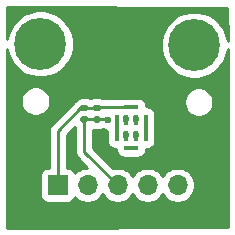
<source format=gbr>
%TF.GenerationSoftware,KiCad,Pcbnew,(5.1.10)-1*%
%TF.CreationDate,2021-11-07T18:39:57-08:00*%
%TF.ProjectId,mic_pcb,6d69635f-7063-4622-9e6b-696361645f70,rev?*%
%TF.SameCoordinates,Original*%
%TF.FileFunction,Copper,L1,Top*%
%TF.FilePolarity,Positive*%
%FSLAX46Y46*%
G04 Gerber Fmt 4.6, Leading zero omitted, Abs format (unit mm)*
G04 Created by KiCad (PCBNEW (5.1.10)-1) date 2021-11-07 18:39:57*
%MOMM*%
%LPD*%
G01*
G04 APERTURE LIST*
%TA.AperFunction,ComponentPad*%
%ADD10C,0.700000*%
%TD*%
%TA.AperFunction,ComponentPad*%
%ADD11C,4.400000*%
%TD*%
%TA.AperFunction,SMDPad,CuDef*%
%ADD12R,0.355600X2.311400*%
%TD*%
%TA.AperFunction,SMDPad,CuDef*%
%ADD13R,0.406400X0.939800*%
%TD*%
%TA.AperFunction,SMDPad,CuDef*%
%ADD14R,1.295400X0.355600*%
%TD*%
%TA.AperFunction,ComponentPad*%
%ADD15O,1.700000X1.700000*%
%TD*%
%TA.AperFunction,ComponentPad*%
%ADD16R,1.700000X1.700000*%
%TD*%
%TA.AperFunction,ViaPad*%
%ADD17C,0.600000*%
%TD*%
%TA.AperFunction,Conductor*%
%ADD18C,0.250000*%
%TD*%
%TA.AperFunction,NonConductor*%
%ADD19C,0.254000*%
%TD*%
%TA.AperFunction,NonConductor*%
%ADD20C,0.100000*%
%TD*%
G04 APERTURE END LIST*
D10*
%TO.P,H2,1*%
%TO.N,N/C*%
X141506726Y-91003274D03*
X140340000Y-90520000D03*
X139173274Y-91003274D03*
X138690000Y-92170000D03*
X139173274Y-93336726D03*
X140340000Y-93820000D03*
X141506726Y-93336726D03*
X141990000Y-92170000D03*
D11*
X140340000Y-92170000D03*
%TD*%
D10*
%TO.P,H1,1*%
%TO.N,N/C*%
X128476726Y-90913274D03*
X127310000Y-90430000D03*
X126143274Y-90913274D03*
X125660000Y-92080000D03*
X126143274Y-93246726D03*
X127310000Y-93730000D03*
X128476726Y-93246726D03*
X128960000Y-92080000D03*
D11*
X127310000Y-92080000D03*
%TD*%
D12*
%TO.P,U1,7*%
%TO.N,N/C*%
X133773401Y-99157466D03*
%TO.P,U1,8*%
X136223401Y-99157466D03*
D13*
%TO.P,U1,4*%
%TO.N,DOUT*%
X135448400Y-98482466D03*
D14*
%TO.P,U1,5*%
%TO.N,GND*%
X134998401Y-97432466D03*
%TO.P,U1,6*%
%TO.N,N/C*%
X134998401Y-100882466D03*
D13*
%TO.P,U1,3*%
%TO.N,CLK*%
X135448400Y-99832466D03*
%TO.P,U1,2*%
%TO.N,LR*%
X134548402Y-99832466D03*
%TO.P,U1,1*%
%TO.N,VCC*%
X134548402Y-98482466D03*
%TD*%
D15*
%TO.P,J1,5*%
%TO.N,DOUT*%
X138930000Y-104030000D03*
%TO.P,J1,4*%
%TO.N,CLK*%
X136390000Y-104030000D03*
%TO.P,J1,3*%
%TO.N,VCC*%
X133850000Y-104030000D03*
%TO.P,J1,2*%
%TO.N,LR*%
X131310000Y-104030000D03*
D16*
%TO.P,J1,1*%
%TO.N,GND*%
X128770000Y-104030000D03*
%TD*%
%TO.P,C2,2*%
%TO.N,VCC*%
%TA.AperFunction,SMDPad,CuDef*%
G36*
G01*
X131930000Y-98190000D02*
X132270000Y-98190000D01*
G75*
G02*
X132410000Y-98330000I0J-140000D01*
G01*
X132410000Y-98610000D01*
G75*
G02*
X132270000Y-98750000I-140000J0D01*
G01*
X131930000Y-98750000D01*
G75*
G02*
X131790000Y-98610000I0J140000D01*
G01*
X131790000Y-98330000D01*
G75*
G02*
X131930000Y-98190000I140000J0D01*
G01*
G37*
%TD.AperFunction*%
%TO.P,C2,1*%
%TO.N,GND*%
%TA.AperFunction,SMDPad,CuDef*%
G36*
G01*
X131930000Y-97230000D02*
X132270000Y-97230000D01*
G75*
G02*
X132410000Y-97370000I0J-140000D01*
G01*
X132410000Y-97650000D01*
G75*
G02*
X132270000Y-97790000I-140000J0D01*
G01*
X131930000Y-97790000D01*
G75*
G02*
X131790000Y-97650000I0J140000D01*
G01*
X131790000Y-97370000D01*
G75*
G02*
X131930000Y-97230000I140000J0D01*
G01*
G37*
%TD.AperFunction*%
%TD*%
%TO.P,C1,2*%
%TO.N,VCC*%
%TA.AperFunction,SMDPad,CuDef*%
G36*
G01*
X130850000Y-98190000D02*
X131190000Y-98190000D01*
G75*
G02*
X131330000Y-98330000I0J-140000D01*
G01*
X131330000Y-98610000D01*
G75*
G02*
X131190000Y-98750000I-140000J0D01*
G01*
X130850000Y-98750000D01*
G75*
G02*
X130710000Y-98610000I0J140000D01*
G01*
X130710000Y-98330000D01*
G75*
G02*
X130850000Y-98190000I140000J0D01*
G01*
G37*
%TD.AperFunction*%
%TO.P,C1,1*%
%TO.N,GND*%
%TA.AperFunction,SMDPad,CuDef*%
G36*
G01*
X130850000Y-97230000D02*
X131190000Y-97230000D01*
G75*
G02*
X131330000Y-97370000I0J-140000D01*
G01*
X131330000Y-97650000D01*
G75*
G02*
X131190000Y-97790000I-140000J0D01*
G01*
X130850000Y-97790000D01*
G75*
G02*
X130710000Y-97650000I0J140000D01*
G01*
X130710000Y-97370000D01*
G75*
G02*
X130850000Y-97230000I140000J0D01*
G01*
G37*
%TD.AperFunction*%
%TD*%
D17*
%TO.N,VCC*%
X133040000Y-98490000D03*
X134560000Y-98450000D03*
%TO.N,LR*%
X134550000Y-99780000D03*
%TO.N,CLK*%
X135450000Y-99790000D03*
%TO.N,DOUT*%
X135450000Y-98450000D03*
%TD*%
D18*
%TO.N,VCC*%
X132100000Y-98470000D02*
X131020000Y-98470000D01*
X133020000Y-98470000D02*
X133040000Y-98490000D01*
X132100000Y-98470000D02*
X133020000Y-98470000D01*
X131020000Y-101200000D02*
X133850000Y-104030000D01*
X131020000Y-98470000D02*
X131020000Y-101200000D01*
%TO.N,GND*%
X132100000Y-97510000D02*
X131020000Y-97510000D01*
X132177534Y-97432466D02*
X132100000Y-97510000D01*
X134998401Y-97432466D02*
X132177534Y-97432466D01*
X128770000Y-99450000D02*
X128770000Y-104030000D01*
X130710000Y-97510000D02*
X128770000Y-99450000D01*
X131020000Y-97510000D02*
X130710000Y-97510000D01*
%TD*%
D19*
X143156027Y-89013635D02*
X143160238Y-91816562D01*
X143066052Y-91343061D01*
X142852344Y-90827124D01*
X142542088Y-90362793D01*
X142147207Y-89967912D01*
X141682876Y-89657656D01*
X141166939Y-89443948D01*
X140619223Y-89335000D01*
X140060777Y-89335000D01*
X139513061Y-89443948D01*
X138997124Y-89657656D01*
X138532793Y-89967912D01*
X138137912Y-90362793D01*
X137827656Y-90827124D01*
X137613948Y-91343061D01*
X137505000Y-91890777D01*
X137505000Y-92449223D01*
X137613948Y-92996939D01*
X137827656Y-93512876D01*
X138137912Y-93977207D01*
X138532793Y-94372088D01*
X138997124Y-94682344D01*
X139513061Y-94896052D01*
X140060777Y-95005000D01*
X140619223Y-95005000D01*
X141166939Y-94896052D01*
X141682876Y-94682344D01*
X142147207Y-94372088D01*
X142542088Y-93977207D01*
X142852344Y-93512876D01*
X143066052Y-92996939D01*
X143161292Y-92518139D01*
X143183973Y-107616369D01*
X124523973Y-107653633D01*
X124517280Y-103180000D01*
X127281928Y-103180000D01*
X127281928Y-104880000D01*
X127294188Y-105004482D01*
X127330498Y-105124180D01*
X127389463Y-105234494D01*
X127468815Y-105331185D01*
X127565506Y-105410537D01*
X127675820Y-105469502D01*
X127795518Y-105505812D01*
X127920000Y-105518072D01*
X129620000Y-105518072D01*
X129744482Y-105505812D01*
X129864180Y-105469502D01*
X129974494Y-105410537D01*
X130071185Y-105331185D01*
X130150537Y-105234494D01*
X130209502Y-105124180D01*
X130231513Y-105051620D01*
X130363368Y-105183475D01*
X130606589Y-105345990D01*
X130876842Y-105457932D01*
X131163740Y-105515000D01*
X131456260Y-105515000D01*
X131743158Y-105457932D01*
X132013411Y-105345990D01*
X132256632Y-105183475D01*
X132463475Y-104976632D01*
X132580000Y-104802240D01*
X132696525Y-104976632D01*
X132903368Y-105183475D01*
X133146589Y-105345990D01*
X133416842Y-105457932D01*
X133703740Y-105515000D01*
X133996260Y-105515000D01*
X134283158Y-105457932D01*
X134553411Y-105345990D01*
X134796632Y-105183475D01*
X135003475Y-104976632D01*
X135120000Y-104802240D01*
X135236525Y-104976632D01*
X135443368Y-105183475D01*
X135686589Y-105345990D01*
X135956842Y-105457932D01*
X136243740Y-105515000D01*
X136536260Y-105515000D01*
X136823158Y-105457932D01*
X137093411Y-105345990D01*
X137336632Y-105183475D01*
X137543475Y-104976632D01*
X137660000Y-104802240D01*
X137776525Y-104976632D01*
X137983368Y-105183475D01*
X138226589Y-105345990D01*
X138496842Y-105457932D01*
X138783740Y-105515000D01*
X139076260Y-105515000D01*
X139363158Y-105457932D01*
X139633411Y-105345990D01*
X139876632Y-105183475D01*
X140083475Y-104976632D01*
X140245990Y-104733411D01*
X140357932Y-104463158D01*
X140415000Y-104176260D01*
X140415000Y-103883740D01*
X140357932Y-103596842D01*
X140245990Y-103326589D01*
X140083475Y-103083368D01*
X139876632Y-102876525D01*
X139633411Y-102714010D01*
X139363158Y-102602068D01*
X139076260Y-102545000D01*
X138783740Y-102545000D01*
X138496842Y-102602068D01*
X138226589Y-102714010D01*
X137983368Y-102876525D01*
X137776525Y-103083368D01*
X137660000Y-103257760D01*
X137543475Y-103083368D01*
X137336632Y-102876525D01*
X137093411Y-102714010D01*
X136823158Y-102602068D01*
X136536260Y-102545000D01*
X136243740Y-102545000D01*
X135956842Y-102602068D01*
X135686589Y-102714010D01*
X135443368Y-102876525D01*
X135236525Y-103083368D01*
X135120000Y-103257760D01*
X135003475Y-103083368D01*
X134796632Y-102876525D01*
X134553411Y-102714010D01*
X134283158Y-102602068D01*
X133996260Y-102545000D01*
X133703740Y-102545000D01*
X133483593Y-102588790D01*
X131780000Y-100885199D01*
X131780000Y-99373299D01*
X131930000Y-99388072D01*
X132270000Y-99388072D01*
X132421794Y-99373122D01*
X132567755Y-99328845D01*
X132592594Y-99315568D01*
X132597111Y-99318586D01*
X132767271Y-99389068D01*
X132947911Y-99425000D01*
X132957529Y-99425000D01*
X132957529Y-100313166D01*
X132969789Y-100437648D01*
X133006099Y-100557346D01*
X133065064Y-100667660D01*
X133144416Y-100764351D01*
X133241107Y-100843703D01*
X133351421Y-100902668D01*
X133471119Y-100938978D01*
X133595601Y-100951238D01*
X133712629Y-100951238D01*
X133712629Y-101060266D01*
X133724889Y-101184748D01*
X133761199Y-101304446D01*
X133820164Y-101414760D01*
X133899516Y-101511451D01*
X133996207Y-101590803D01*
X134106521Y-101649768D01*
X134226219Y-101686078D01*
X134350701Y-101698338D01*
X135646101Y-101698338D01*
X135770583Y-101686078D01*
X135890281Y-101649768D01*
X136000595Y-101590803D01*
X136097286Y-101511451D01*
X136176638Y-101414760D01*
X136235603Y-101304446D01*
X136271913Y-101184748D01*
X136284173Y-101060266D01*
X136284173Y-100951238D01*
X136401201Y-100951238D01*
X136525683Y-100938978D01*
X136645381Y-100902668D01*
X136755695Y-100843703D01*
X136852386Y-100764351D01*
X136931738Y-100667660D01*
X136990703Y-100557346D01*
X137027013Y-100437648D01*
X137039273Y-100313166D01*
X137039273Y-98001766D01*
X137027013Y-97877284D01*
X136990703Y-97757586D01*
X136931738Y-97647272D01*
X136852386Y-97550581D01*
X136755695Y-97471229D01*
X136645381Y-97412264D01*
X136525683Y-97375954D01*
X136401201Y-97363694D01*
X136284173Y-97363694D01*
X136284173Y-97254666D01*
X136271913Y-97130184D01*
X136235603Y-97010486D01*
X136176638Y-96900172D01*
X136165738Y-96886890D01*
X139470048Y-96886890D01*
X139470048Y-97133110D01*
X139518083Y-97374598D01*
X139612307Y-97602074D01*
X139749099Y-97806798D01*
X139923202Y-97980901D01*
X140127926Y-98117693D01*
X140355402Y-98211917D01*
X140596890Y-98259952D01*
X140843110Y-98259952D01*
X141084598Y-98211917D01*
X141312074Y-98117693D01*
X141516798Y-97980901D01*
X141690901Y-97806798D01*
X141827693Y-97602074D01*
X141921917Y-97374598D01*
X141969952Y-97133110D01*
X141969952Y-96886890D01*
X141921917Y-96645402D01*
X141827693Y-96417926D01*
X141690901Y-96213202D01*
X141516798Y-96039099D01*
X141312074Y-95902307D01*
X141084598Y-95808083D01*
X140843110Y-95760048D01*
X140596890Y-95760048D01*
X140355402Y-95808083D01*
X140127926Y-95902307D01*
X139923202Y-96039099D01*
X139749099Y-96213202D01*
X139612307Y-96417926D01*
X139518083Y-96645402D01*
X139470048Y-96886890D01*
X136165738Y-96886890D01*
X136097286Y-96803481D01*
X136000595Y-96724129D01*
X135890281Y-96665164D01*
X135770583Y-96628854D01*
X135646101Y-96616594D01*
X134350701Y-96616594D01*
X134226219Y-96628854D01*
X134106521Y-96665164D01*
X134092860Y-96672466D01*
X132607625Y-96672466D01*
X132567755Y-96651155D01*
X132421794Y-96606878D01*
X132270000Y-96591928D01*
X131930000Y-96591928D01*
X131778206Y-96606878D01*
X131632245Y-96651155D01*
X131560000Y-96689771D01*
X131487755Y-96651155D01*
X131341794Y-96606878D01*
X131190000Y-96591928D01*
X130850000Y-96591928D01*
X130698206Y-96606878D01*
X130552245Y-96651155D01*
X130417726Y-96723057D01*
X130299820Y-96819820D01*
X130203057Y-96937726D01*
X130198160Y-96946888D01*
X130169999Y-96969999D01*
X130146201Y-96998997D01*
X128259003Y-98886196D01*
X128229999Y-98909999D01*
X128196011Y-98951414D01*
X128135026Y-99025724D01*
X128102793Y-99086028D01*
X128064454Y-99157754D01*
X128020997Y-99301015D01*
X128010000Y-99412668D01*
X128010000Y-99412678D01*
X128006324Y-99450000D01*
X128010000Y-99487323D01*
X128010001Y-102541928D01*
X127920000Y-102541928D01*
X127795518Y-102554188D01*
X127675820Y-102590498D01*
X127565506Y-102649463D01*
X127468815Y-102728815D01*
X127389463Y-102825506D01*
X127330498Y-102935820D01*
X127294188Y-103055518D01*
X127281928Y-103180000D01*
X124517280Y-103180000D01*
X124507744Y-96806890D01*
X125650048Y-96806890D01*
X125650048Y-97053110D01*
X125698083Y-97294598D01*
X125792307Y-97522074D01*
X125929099Y-97726798D01*
X126103202Y-97900901D01*
X126307926Y-98037693D01*
X126535402Y-98131917D01*
X126776890Y-98179952D01*
X127023110Y-98179952D01*
X127264598Y-98131917D01*
X127492074Y-98037693D01*
X127696798Y-97900901D01*
X127870901Y-97726798D01*
X128007693Y-97522074D01*
X128101917Y-97294598D01*
X128149952Y-97053110D01*
X128149952Y-96806890D01*
X128101917Y-96565402D01*
X128007693Y-96337926D01*
X127870901Y-96133202D01*
X127696798Y-95959099D01*
X127492074Y-95822307D01*
X127264598Y-95728083D01*
X127023110Y-95680048D01*
X126776890Y-95680048D01*
X126535402Y-95728083D01*
X126307926Y-95822307D01*
X126103202Y-95959099D01*
X125929099Y-96133202D01*
X125792307Y-96337926D01*
X125698083Y-96565402D01*
X125650048Y-96806890D01*
X124507744Y-96806890D01*
X124501286Y-92491372D01*
X124583948Y-92906939D01*
X124797656Y-93422876D01*
X125107912Y-93887207D01*
X125502793Y-94282088D01*
X125967124Y-94592344D01*
X126483061Y-94806052D01*
X127030777Y-94915000D01*
X127589223Y-94915000D01*
X128136939Y-94806052D01*
X128652876Y-94592344D01*
X129117207Y-94282088D01*
X129512088Y-93887207D01*
X129822344Y-93422876D01*
X130036052Y-92906939D01*
X130145000Y-92359223D01*
X130145000Y-91800777D01*
X130036052Y-91253061D01*
X129822344Y-90737124D01*
X129512088Y-90272793D01*
X129117207Y-89877912D01*
X128652876Y-89567656D01*
X128136939Y-89353948D01*
X127589223Y-89245000D01*
X127030777Y-89245000D01*
X126483061Y-89353948D01*
X125967124Y-89567656D01*
X125502793Y-89877912D01*
X125107912Y-90272793D01*
X124797656Y-90737124D01*
X124583948Y-91253061D01*
X124500064Y-91674770D01*
X124496027Y-88976371D01*
X143156027Y-89013635D01*
%TA.AperFunction,NonConductor*%
D20*
G36*
X143156027Y-89013635D02*
G01*
X143160238Y-91816562D01*
X143066052Y-91343061D01*
X142852344Y-90827124D01*
X142542088Y-90362793D01*
X142147207Y-89967912D01*
X141682876Y-89657656D01*
X141166939Y-89443948D01*
X140619223Y-89335000D01*
X140060777Y-89335000D01*
X139513061Y-89443948D01*
X138997124Y-89657656D01*
X138532793Y-89967912D01*
X138137912Y-90362793D01*
X137827656Y-90827124D01*
X137613948Y-91343061D01*
X137505000Y-91890777D01*
X137505000Y-92449223D01*
X137613948Y-92996939D01*
X137827656Y-93512876D01*
X138137912Y-93977207D01*
X138532793Y-94372088D01*
X138997124Y-94682344D01*
X139513061Y-94896052D01*
X140060777Y-95005000D01*
X140619223Y-95005000D01*
X141166939Y-94896052D01*
X141682876Y-94682344D01*
X142147207Y-94372088D01*
X142542088Y-93977207D01*
X142852344Y-93512876D01*
X143066052Y-92996939D01*
X143161292Y-92518139D01*
X143183973Y-107616369D01*
X124523973Y-107653633D01*
X124517280Y-103180000D01*
X127281928Y-103180000D01*
X127281928Y-104880000D01*
X127294188Y-105004482D01*
X127330498Y-105124180D01*
X127389463Y-105234494D01*
X127468815Y-105331185D01*
X127565506Y-105410537D01*
X127675820Y-105469502D01*
X127795518Y-105505812D01*
X127920000Y-105518072D01*
X129620000Y-105518072D01*
X129744482Y-105505812D01*
X129864180Y-105469502D01*
X129974494Y-105410537D01*
X130071185Y-105331185D01*
X130150537Y-105234494D01*
X130209502Y-105124180D01*
X130231513Y-105051620D01*
X130363368Y-105183475D01*
X130606589Y-105345990D01*
X130876842Y-105457932D01*
X131163740Y-105515000D01*
X131456260Y-105515000D01*
X131743158Y-105457932D01*
X132013411Y-105345990D01*
X132256632Y-105183475D01*
X132463475Y-104976632D01*
X132580000Y-104802240D01*
X132696525Y-104976632D01*
X132903368Y-105183475D01*
X133146589Y-105345990D01*
X133416842Y-105457932D01*
X133703740Y-105515000D01*
X133996260Y-105515000D01*
X134283158Y-105457932D01*
X134553411Y-105345990D01*
X134796632Y-105183475D01*
X135003475Y-104976632D01*
X135120000Y-104802240D01*
X135236525Y-104976632D01*
X135443368Y-105183475D01*
X135686589Y-105345990D01*
X135956842Y-105457932D01*
X136243740Y-105515000D01*
X136536260Y-105515000D01*
X136823158Y-105457932D01*
X137093411Y-105345990D01*
X137336632Y-105183475D01*
X137543475Y-104976632D01*
X137660000Y-104802240D01*
X137776525Y-104976632D01*
X137983368Y-105183475D01*
X138226589Y-105345990D01*
X138496842Y-105457932D01*
X138783740Y-105515000D01*
X139076260Y-105515000D01*
X139363158Y-105457932D01*
X139633411Y-105345990D01*
X139876632Y-105183475D01*
X140083475Y-104976632D01*
X140245990Y-104733411D01*
X140357932Y-104463158D01*
X140415000Y-104176260D01*
X140415000Y-103883740D01*
X140357932Y-103596842D01*
X140245990Y-103326589D01*
X140083475Y-103083368D01*
X139876632Y-102876525D01*
X139633411Y-102714010D01*
X139363158Y-102602068D01*
X139076260Y-102545000D01*
X138783740Y-102545000D01*
X138496842Y-102602068D01*
X138226589Y-102714010D01*
X137983368Y-102876525D01*
X137776525Y-103083368D01*
X137660000Y-103257760D01*
X137543475Y-103083368D01*
X137336632Y-102876525D01*
X137093411Y-102714010D01*
X136823158Y-102602068D01*
X136536260Y-102545000D01*
X136243740Y-102545000D01*
X135956842Y-102602068D01*
X135686589Y-102714010D01*
X135443368Y-102876525D01*
X135236525Y-103083368D01*
X135120000Y-103257760D01*
X135003475Y-103083368D01*
X134796632Y-102876525D01*
X134553411Y-102714010D01*
X134283158Y-102602068D01*
X133996260Y-102545000D01*
X133703740Y-102545000D01*
X133483593Y-102588790D01*
X131780000Y-100885199D01*
X131780000Y-99373299D01*
X131930000Y-99388072D01*
X132270000Y-99388072D01*
X132421794Y-99373122D01*
X132567755Y-99328845D01*
X132592594Y-99315568D01*
X132597111Y-99318586D01*
X132767271Y-99389068D01*
X132947911Y-99425000D01*
X132957529Y-99425000D01*
X132957529Y-100313166D01*
X132969789Y-100437648D01*
X133006099Y-100557346D01*
X133065064Y-100667660D01*
X133144416Y-100764351D01*
X133241107Y-100843703D01*
X133351421Y-100902668D01*
X133471119Y-100938978D01*
X133595601Y-100951238D01*
X133712629Y-100951238D01*
X133712629Y-101060266D01*
X133724889Y-101184748D01*
X133761199Y-101304446D01*
X133820164Y-101414760D01*
X133899516Y-101511451D01*
X133996207Y-101590803D01*
X134106521Y-101649768D01*
X134226219Y-101686078D01*
X134350701Y-101698338D01*
X135646101Y-101698338D01*
X135770583Y-101686078D01*
X135890281Y-101649768D01*
X136000595Y-101590803D01*
X136097286Y-101511451D01*
X136176638Y-101414760D01*
X136235603Y-101304446D01*
X136271913Y-101184748D01*
X136284173Y-101060266D01*
X136284173Y-100951238D01*
X136401201Y-100951238D01*
X136525683Y-100938978D01*
X136645381Y-100902668D01*
X136755695Y-100843703D01*
X136852386Y-100764351D01*
X136931738Y-100667660D01*
X136990703Y-100557346D01*
X137027013Y-100437648D01*
X137039273Y-100313166D01*
X137039273Y-98001766D01*
X137027013Y-97877284D01*
X136990703Y-97757586D01*
X136931738Y-97647272D01*
X136852386Y-97550581D01*
X136755695Y-97471229D01*
X136645381Y-97412264D01*
X136525683Y-97375954D01*
X136401201Y-97363694D01*
X136284173Y-97363694D01*
X136284173Y-97254666D01*
X136271913Y-97130184D01*
X136235603Y-97010486D01*
X136176638Y-96900172D01*
X136165738Y-96886890D01*
X139470048Y-96886890D01*
X139470048Y-97133110D01*
X139518083Y-97374598D01*
X139612307Y-97602074D01*
X139749099Y-97806798D01*
X139923202Y-97980901D01*
X140127926Y-98117693D01*
X140355402Y-98211917D01*
X140596890Y-98259952D01*
X140843110Y-98259952D01*
X141084598Y-98211917D01*
X141312074Y-98117693D01*
X141516798Y-97980901D01*
X141690901Y-97806798D01*
X141827693Y-97602074D01*
X141921917Y-97374598D01*
X141969952Y-97133110D01*
X141969952Y-96886890D01*
X141921917Y-96645402D01*
X141827693Y-96417926D01*
X141690901Y-96213202D01*
X141516798Y-96039099D01*
X141312074Y-95902307D01*
X141084598Y-95808083D01*
X140843110Y-95760048D01*
X140596890Y-95760048D01*
X140355402Y-95808083D01*
X140127926Y-95902307D01*
X139923202Y-96039099D01*
X139749099Y-96213202D01*
X139612307Y-96417926D01*
X139518083Y-96645402D01*
X139470048Y-96886890D01*
X136165738Y-96886890D01*
X136097286Y-96803481D01*
X136000595Y-96724129D01*
X135890281Y-96665164D01*
X135770583Y-96628854D01*
X135646101Y-96616594D01*
X134350701Y-96616594D01*
X134226219Y-96628854D01*
X134106521Y-96665164D01*
X134092860Y-96672466D01*
X132607625Y-96672466D01*
X132567755Y-96651155D01*
X132421794Y-96606878D01*
X132270000Y-96591928D01*
X131930000Y-96591928D01*
X131778206Y-96606878D01*
X131632245Y-96651155D01*
X131560000Y-96689771D01*
X131487755Y-96651155D01*
X131341794Y-96606878D01*
X131190000Y-96591928D01*
X130850000Y-96591928D01*
X130698206Y-96606878D01*
X130552245Y-96651155D01*
X130417726Y-96723057D01*
X130299820Y-96819820D01*
X130203057Y-96937726D01*
X130198160Y-96946888D01*
X130169999Y-96969999D01*
X130146201Y-96998997D01*
X128259003Y-98886196D01*
X128229999Y-98909999D01*
X128196011Y-98951414D01*
X128135026Y-99025724D01*
X128102793Y-99086028D01*
X128064454Y-99157754D01*
X128020997Y-99301015D01*
X128010000Y-99412668D01*
X128010000Y-99412678D01*
X128006324Y-99450000D01*
X128010000Y-99487323D01*
X128010001Y-102541928D01*
X127920000Y-102541928D01*
X127795518Y-102554188D01*
X127675820Y-102590498D01*
X127565506Y-102649463D01*
X127468815Y-102728815D01*
X127389463Y-102825506D01*
X127330498Y-102935820D01*
X127294188Y-103055518D01*
X127281928Y-103180000D01*
X124517280Y-103180000D01*
X124507744Y-96806890D01*
X125650048Y-96806890D01*
X125650048Y-97053110D01*
X125698083Y-97294598D01*
X125792307Y-97522074D01*
X125929099Y-97726798D01*
X126103202Y-97900901D01*
X126307926Y-98037693D01*
X126535402Y-98131917D01*
X126776890Y-98179952D01*
X127023110Y-98179952D01*
X127264598Y-98131917D01*
X127492074Y-98037693D01*
X127696798Y-97900901D01*
X127870901Y-97726798D01*
X128007693Y-97522074D01*
X128101917Y-97294598D01*
X128149952Y-97053110D01*
X128149952Y-96806890D01*
X128101917Y-96565402D01*
X128007693Y-96337926D01*
X127870901Y-96133202D01*
X127696798Y-95959099D01*
X127492074Y-95822307D01*
X127264598Y-95728083D01*
X127023110Y-95680048D01*
X126776890Y-95680048D01*
X126535402Y-95728083D01*
X126307926Y-95822307D01*
X126103202Y-95959099D01*
X125929099Y-96133202D01*
X125792307Y-96337926D01*
X125698083Y-96565402D01*
X125650048Y-96806890D01*
X124507744Y-96806890D01*
X124501286Y-92491372D01*
X124583948Y-92906939D01*
X124797656Y-93422876D01*
X125107912Y-93887207D01*
X125502793Y-94282088D01*
X125967124Y-94592344D01*
X126483061Y-94806052D01*
X127030777Y-94915000D01*
X127589223Y-94915000D01*
X128136939Y-94806052D01*
X128652876Y-94592344D01*
X129117207Y-94282088D01*
X129512088Y-93887207D01*
X129822344Y-93422876D01*
X130036052Y-92906939D01*
X130145000Y-92359223D01*
X130145000Y-91800777D01*
X130036052Y-91253061D01*
X129822344Y-90737124D01*
X129512088Y-90272793D01*
X129117207Y-89877912D01*
X128652876Y-89567656D01*
X128136939Y-89353948D01*
X127589223Y-89245000D01*
X127030777Y-89245000D01*
X126483061Y-89353948D01*
X125967124Y-89567656D01*
X125502793Y-89877912D01*
X125107912Y-90272793D01*
X124797656Y-90737124D01*
X124583948Y-91253061D01*
X124500064Y-91674770D01*
X124496027Y-88976371D01*
X143156027Y-89013635D01*
G37*
%TD.AperFunction*%
D19*
X130260000Y-99111660D02*
X130260001Y-101162668D01*
X130256324Y-101200000D01*
X130270998Y-101348985D01*
X130314454Y-101492246D01*
X130385026Y-101624276D01*
X130445808Y-101698338D01*
X130480000Y-101740001D01*
X130508998Y-101763799D01*
X131290198Y-102545000D01*
X131163740Y-102545000D01*
X130876842Y-102602068D01*
X130606589Y-102714010D01*
X130363368Y-102876525D01*
X130231513Y-103008380D01*
X130209502Y-102935820D01*
X130150537Y-102825506D01*
X130071185Y-102728815D01*
X129974494Y-102649463D01*
X129864180Y-102590498D01*
X129744482Y-102554188D01*
X129620000Y-102541928D01*
X129530000Y-102541928D01*
X129530000Y-99764801D01*
X130225356Y-99069445D01*
X130260000Y-99111660D01*
%TA.AperFunction,NonConductor*%
D20*
G36*
X130260000Y-99111660D02*
G01*
X130260001Y-101162668D01*
X130256324Y-101200000D01*
X130270998Y-101348985D01*
X130314454Y-101492246D01*
X130385026Y-101624276D01*
X130445808Y-101698338D01*
X130480000Y-101740001D01*
X130508998Y-101763799D01*
X131290198Y-102545000D01*
X131163740Y-102545000D01*
X130876842Y-102602068D01*
X130606589Y-102714010D01*
X130363368Y-102876525D01*
X130231513Y-103008380D01*
X130209502Y-102935820D01*
X130150537Y-102825506D01*
X130071185Y-102728815D01*
X129974494Y-102649463D01*
X129864180Y-102590498D01*
X129744482Y-102554188D01*
X129620000Y-102541928D01*
X129530000Y-102541928D01*
X129530000Y-99764801D01*
X130225356Y-99069445D01*
X130260000Y-99111660D01*
G37*
%TD.AperFunction*%
M02*

</source>
